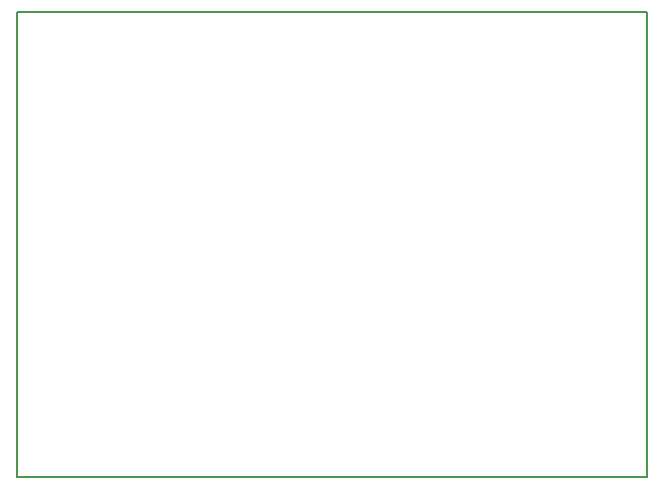
<source format=gko>
G04 DipTrace 3.2.0.1*
G04 BoardOutline.gko*
%MOIN*%
G04 #@! TF.FileFunction,Profile*
G04 #@! TF.Part,Single*
%ADD11C,0.005512*%
%FSLAX26Y26*%
G04*
G70*
G90*
G75*
G01*
G04 BoardOutline*
%LPD*%
X393701Y1943701D2*
D11*
X2493701D1*
Y393701D1*
X393701D1*
Y1943701D1*
M02*

</source>
